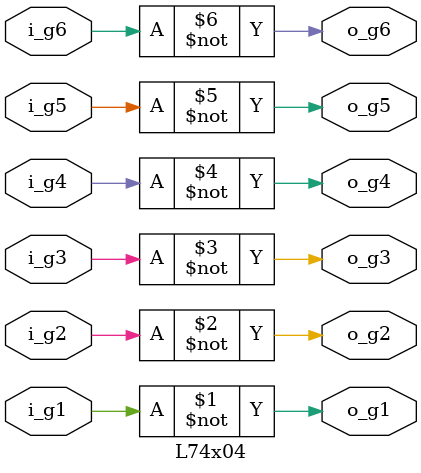
<source format=sv>
module L74x04
  (
    // Gate 1
    input i_g1,
    output o_g1,

    // Gate 2
    input i_g2,
    output o_g2,
    
    // Gate 3
    input i_g3,
    output o_g3,
    
    // Gate 4
    input i_g4,
    output o_g4,
    
    // Gate 5
    input i_g5,
    output o_g5,
    
    // Gate 6
    input i_g6,
    output o_g6
  );

  assign o_g1 = ~i_g1;
  assign o_g2 = ~i_g2;
  assign o_g3 = ~i_g3;
  assign o_g4 = ~i_g4;
  assign o_g5 = ~i_g5;
  assign o_g6 = ~i_g6;

endmodule

</source>
